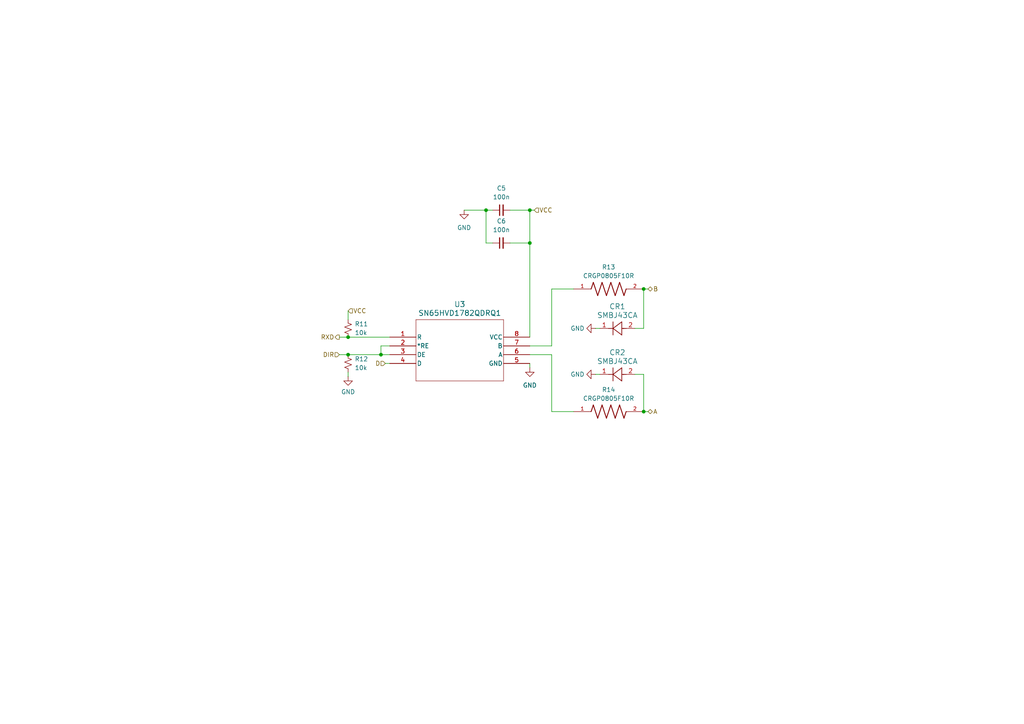
<source format=kicad_sch>
(kicad_sch (version 20250114) (generator "eeschema") (generator_version "9.0")
  (paper "A4")
  (title_block (title "HEDGE-2 OBC") (date "2025-09-08") (rev "V1.0") (company "University of Virginia") (comment 1 "Department of Mechanical and Aerospace Engineering"))
  (lib_symbols
    (symbol "CRGP0805F10R:CRGP0805F10R" (pin_names (offset 1.016))
      (property "Reference" "R" (at -7.6244 2.5415 0))
      (property "Value" "CRGP0805F10R" (at -7.63 -5.0866 0))
      (symbol "CRGP0805F10R_0_0"
        (polyline (pts (xy -5.08 0) (xy -4.445 1.905)) (stroke (width 0.254)))
        (polyline (pts (xy -4.445 1.905) (xy -3.175 -1.905)) (stroke (width 0.254)))
        (polyline (pts (xy -3.175 -1.905) (xy -1.905 1.905)) (stroke (width 0.254)))
        (polyline (pts (xy -1.905 1.905) (xy -0.635 -1.905)) (stroke (width 0.254)))
        (polyline (pts (xy -0.635 -1.905) (xy 0.635 1.905)) (stroke (width 0.254)))
        (polyline (pts (xy 0.635 1.905) (xy 1.905 -1.905)) (stroke (width 0.254)))
        (polyline (pts (xy 1.905 -1.905) (xy 3.175 1.905)) (stroke (width 0.254)))
        (polyline (pts (xy 3.175 1.905) (xy 4.445 -1.905)) (stroke (width 0.254)))
        (polyline (pts (xy 4.445 -1.905) (xy 5.08 0)) (stroke (width 0.254)))
        (pin passive line (at -10.16 0 0) (length 5.08) (name "~") (number "1"))
        (pin passive line (at 10.16 0 180) (length 5.08) (name "~") (number "2"))
      )
    )
    (symbol "Device:C_Small" (pin_numbers (hide yes)) (pin_names (offset 0.254) (hide yes))
      (property "Reference" "C" (at 0.254 1.778 0))
      (property "Value" "C_Small" (at 0.254 -2.032 0))
      (symbol "C_Small_0_1"
        (polyline (pts (xy -1.524 0.508) (xy 1.524 0.508)) (stroke (width 0.3048)))
        (polyline (pts (xy -1.524 -0.508) (xy 1.524 -0.508)) (stroke (width 0.3302)))
      )
      (symbol "C_Small_1_1"
        (pin passive line (at 0 2.54 270) (length 2.032) (name "~") (number "1"))
        (pin passive line (at 0 -2.54 90) (length 2.032) (name "~") (number "2"))
      )
    )
    (symbol "Device:R_Small_US" (pin_numbers (hide yes)) (pin_names (offset 0.254) (hide yes))
      (property "Reference" "R" (at 0.762 0.508 0))
      (property "Value" "R_Small_US" (at 0.762 -1.016 0))
      (symbol "R_Small_US_1_1"
        (polyline (pts (xy 0 1.524) (xy 1.016 1.143) (xy 0 0.762) (xy -1.016 0.381) (xy 0 0)))
        (polyline (pts (xy 0 0) (xy 1.016 -0.381) (xy 0 -0.762) (xy -1.016 -1.143) (xy 0 -1.524)))
        (pin passive line (at 0 2.54 270) (length 1.016) (name "~") (number "1"))
        (pin passive line (at 0 -2.54 90) (length 1.016) (name "~") (number "2"))
      )
    )
    (symbol "SMBJSeries_LTF:SMBJ43CA" (pin_names (offset 0.254))
      (property "Reference" "CR" (at 5.08 4.445 0))
      (property "Value" "SMBJ43CA" (at 5.08 -3.81 0))
      (symbol "SMBJ43CA_1_1"
        (polyline (pts (xy 2.54 0) (xy 3.4798 0)) (stroke (width 0.2032)))
        (polyline (pts (xy 3.175 0) (xy 3.81 0)) (stroke (width 0.2032)))
        (polyline (pts (xy 3.81 1.905) (xy 3.81 -1.905)) (stroke (width 0.2032)))
        (polyline (pts (xy 3.81 -1.905) (xy 6.35 0)) (stroke (width 0.2032)))
        (polyline (pts (xy 6.35 0) (xy 3.81 1.905)) (stroke (width 0.2032)))
        (polyline (pts (xy 6.35 0) (xy 7.62 0)) (stroke (width 0.2032)))
        (polyline (pts (xy 6.35 -1.905) (xy 6.35 1.905)) (stroke (width 0.2032)))
        (pin unspecified line (at 0 0 0) (length 2.54) (name "") (number "2"))
        (pin unspecified line (at 10.16 0 180) (length 2.54) (name "") (number "1"))
      )
      (symbol "SMBJ43CA_1_2"
        (polyline (pts (xy -1.905 3.81) (xy 1.905 3.81)) (stroke (width 0.2032)))
        (polyline (pts (xy 0 6.35) (xy -1.905 3.81)) (stroke (width 0.2032)))
        (polyline (pts (xy 0 6.35) (xy 0 7.62)) (stroke (width 0.2032)))
        (polyline (pts (xy 0 3.175) (xy 0 3.81)) (stroke (width 0.2032)))
        (polyline (pts (xy 0 2.54) (xy 0 3.4798)) (stroke (width 0.2032)))
        (polyline (pts (xy 1.905 6.35) (xy -1.905 6.35)) (stroke (width 0.2032)))
        (polyline (pts (xy 1.905 3.81) (xy 0 6.35)) (stroke (width 0.2032)))
        (pin unspecified line (at 0 10.16 270) (length 2.54) (name "") (number "1"))
        (pin unspecified line (at 0 0 90) (length 2.54) (name "") (number "2"))
      )
    )
    (symbol "SN65HVD1782QDRQ1:SN65HVD1782QDRQ1" (pin_names (offset 0.254))
      (property "Reference" "U" (at 20.32 10.16 0))
      (property "Value" "SN65HVD1782QDRQ1" (at 20.32 7.62 0))
      (symbol "SN65HVD1782QDRQ1_0_1"
        (polyline (pts (xy 7.62 5.08) (xy 7.62 -12.7)) (stroke (width 0.127)))
        (polyline (pts (xy 7.62 -12.7) (xy 33.02 -12.7)) (stroke (width 0.127)))
        (polyline (pts (xy 33.02 5.08) (xy 7.62 5.08)) (stroke (width 0.127)))
        (polyline (pts (xy 33.02 -12.7) (xy 33.02 5.08)) (stroke (width 0.127)))
        (pin output line (at 0 0 0) (length 7.62) (name "R") (number "1"))
        (pin unspecified line (at 0 -2.54 0) (length 7.62) (name "*RE") (number "2"))
        (pin unspecified line (at 0 -5.08 0) (length 7.62) (name "DE") (number "3"))
        (pin input line (at 0 -7.62 0) (length 7.62) (name "D") (number "4"))
        (pin power_in line (at 40.64 0 180) (length 7.62) (name "VCC") (number "8"))
        (pin output line (at 40.64 -2.54 180) (length 7.62) (name "B") (number "7"))
        (pin output line (at 40.64 -5.08 180) (length 7.62) (name "A") (number "6"))
        (pin power_in line (at 40.64 -7.62 180) (length 7.62) (name "GND") (number "5"))
      )
    )
    (symbol "power:GND" (power) (pin_numbers (hide yes)) (pin_names (offset 0) (hide yes))
      (property "Value" "GND" (at 0 -3.81 0))
      (symbol "GND_0_1"
        (polyline (pts (xy 0 0) (xy 0 -1.27) (xy 1.27 -1.27) (xy 0 -2.54) (xy -1.27 -1.27) (xy 0 -1.27)))
      )
      (symbol "GND_1_1"
        (pin power_in line (at 0 0 270) (length 0) (name "~") (number "1"))
      )
    )
  )
  (junction (at 186.69 119.38))
  (junction (at 153.67 60.96))
  (junction (at 110.49 102.87))
  (junction (at 100.965 97.79))
  (junction (at 153.67 70.485))
  (junction (at 100.965 102.87))
  (junction (at 186.69 83.82))
  (junction (at 140.97 60.96))
  (wire (pts (xy 184.15 108.585) (xy 186.69 108.585)))
  (wire (pts (xy 186.69 119.38) (xy 187.96 119.38)))
  (wire (pts (xy 160.02 119.38) (xy 166.37 119.38)))
  (wire (pts (xy 160.02 102.87) (xy 160.02 119.38)))
  (wire (pts (xy 111.76 105.41) (xy 113.03 105.41)))
  (wire (pts (xy 172.72 95.25) (xy 173.99 95.25)))
  (wire (pts (xy 153.67 60.96) (xy 153.67 70.485)))
  (wire (pts (xy 147.955 70.485) (xy 153.67 70.485)))
  (wire (pts (xy 153.67 102.87) (xy 160.02 102.87)))
  (wire (pts (xy 110.49 102.87) (xy 113.03 102.87)))
  (wire (pts (xy 98.425 102.87) (xy 100.965 102.87)))
  (wire (pts (xy 160.02 100.33) (xy 160.02 83.82)))
  (wire (pts (xy 140.97 70.485) (xy 140.97 60.96)))
  (wire (pts (xy 100.965 107.95) (xy 100.965 109.22)))
  (wire (pts (xy 100.965 90.17) (xy 100.965 92.71)))
  (wire (pts (xy 142.875 70.485) (xy 140.97 70.485)))
  (wire (pts (xy 100.965 97.79) (xy 113.03 97.79)))
  (wire (pts (xy 98.425 97.79) (xy 100.965 97.79)))
  (wire (pts (xy 134.62 60.96) (xy 140.97 60.96)))
  (wire (pts (xy 147.955 60.96) (xy 153.67 60.96)))
  (wire (pts (xy 153.67 60.96) (xy 154.94 60.96)))
  (wire (pts (xy 140.97 60.96) (xy 142.875 60.96)))
  (wire (pts (xy 153.67 100.33) (xy 160.02 100.33)))
  (wire (pts (xy 186.69 83.82) (xy 187.96 83.82)))
  (wire (pts (xy 186.69 83.82) (xy 186.69 95.25)))
  (wire (pts (xy 100.965 102.87) (xy 110.49 102.87)))
  (wire (pts (xy 113.03 100.33) (xy 110.49 100.33)))
  (wire (pts (xy 153.67 70.485) (xy 153.67 97.79)))
  (wire (pts (xy 186.69 108.585) (xy 186.69 119.38)))
  (wire (pts (xy 153.67 105.41) (xy 153.67 106.68)))
  (wire (pts (xy 172.72 108.585) (xy 173.99 108.585)))
  (wire (pts (xy 160.02 83.82) (xy 166.37 83.82)))
  (wire (pts (xy 184.15 95.25) (xy 186.69 95.25)))
  (wire (pts (xy 110.49 100.33) (xy 110.49 102.87)))
  (hierarchical_label "DIR" (shape input) (at 98.425 102.87 180))
  (hierarchical_label "VCC" (shape input) (at 100.965 90.17 0))
  (hierarchical_label "A" (shape bidirectional) (at 187.96 119.38 0))
  (hierarchical_label "D" (shape input) (at 111.76 105.41 180))
  (hierarchical_label "B" (shape bidirectional) (at 187.96 83.82 0))
  (hierarchical_label "RXD" (shape output) (at 98.425 97.79 180))
  (hierarchical_label "VCC" (shape input) (at 154.94 60.96 0))
  (symbol (lib_id "SN65HVD1782QDRQ1:SN65HVD1782QDRQ1") (at 113.03 97.79 0) (unit 1)
    (property "Reference" "U3" (at 133.35 88.265 0) (effects (font (size 1.524 1.524))))
    (property "Value" "SN65HVD1782QDRQ1" (at 133.35 90.805 0) (effects (font (size 1.524 1.524))))
    (property "Footprint" "SN65HVD1782QDRQ1:D8_TEX" (effects (hide yes)))
    (property "Datasheet" "https://www.ti.com/lit/gpn/sn65hvd1782-q1" (effects (hide yes)))
    (property "DigiKey Part Number" "296-43745-1-ND" (effects (hide yes)))
    (instances (project "HEDGE2-OBC" (path "" (reference "U3") (unit 1)) (path "" (reference "U4") (unit 1))))
  )
  (symbol (lib_id "CRGP0805F10R:CRGP0805F10R") (at 176.53 119.38 0) (unit 1)
    (property "Reference" "R14" (at 176.53 113.03 0))
    (property "Value" "CRGP0805F10R" (at 176.53 115.57 0))
    (property "Footprint" "CRGP0805F10R:RESC2012X65N" (effects (hide yes)))
    (property "DigiKey Part Number" "A130453CT-ND" (effects (hide yes)))
    (instances (project "HEDGE2-OBC" (path "" (reference "R14") (unit 1)) (path "" (reference "R18") (unit 1))))
  )
  (symbol (lib_id "power:GND") (at 134.62 60.96 0) (mirror y) (unit 1)
    (property "Reference" "#PWR045" (effects (hide yes)))
    (property "Value" "GND" (at 134.62 66.04 0))
    (property "Description" "Power symbol creates a global label with name \"GND\" , ground" (effects (hide yes)))
    (instances (project "HEDGE2-OBC" (path "" (reference "#PWR045") (unit 1)) (path "" (reference "#PWR050") (unit 1))))
  )
  (symbol (lib_id "power:GND") (at 100.965 109.22 0) (unit 1)
    (property "Reference" "#PWR044" (effects (hide yes)))
    (property "Value" "GND" (at 100.965 113.665 0))
    (property "Description" "Power symbol creates a global label with name \"GND\" , ground" (effects (hide yes)))
    (instances (project "HEDGE2-OBC" (path "" (reference "#PWR044") (unit 1)) (path "" (reference "#PWR049") (unit 1))))
  )
  (symbol (lib_id "power:GND") (at 172.72 108.585 270) (unit 1)
    (property "Reference" "#PWR048" (effects (hide yes)))
    (property "Value" "GND" (at 169.545 108.5849 90) (effects (justify right)))
    (property "Description" "Power symbol creates a global label with name \"GND\" , ground" (effects (hide yes)))
    (instances (project "HEDGE2-OBC" (path "" (reference "#PWR048") (unit 1)) (path "" (reference "#PWR053") (unit 1))))
  )
  (symbol (lib_id "SMBJSeries_LTF:SMBJ43CA") (at 184.15 108.585 180) (unit 1)
    (property "Reference" "CR2" (at 179.07 102.235 0) (effects (font (size 1.524 1.524))))
    (property "Value" "SMBJ43CA" (at 179.07 104.775 0) (effects (font (size 1.524 1.524))))
    (property "Footprint" "SMBJ43CA:SMBJSeries_LTF" (effects (hide yes)))
    (property "Datasheet" "SMBJ43CA" (effects (hide yes)))
    (property "DigiKey Part Number" "SMBJ43CALFCT-ND" (effects (hide yes)))
    (instances (project "HEDGE2-OBC" (path "" (reference "CR2") (unit 1)) (path "" (reference "CR4") (unit 1))))
  )
  (symbol (lib_id "Device:R_Small_US") (at 100.965 105.41 0) (unit 1)
    (property "Reference" "R12" (at 102.87 104.1399 0) (effects (justify left)))
    (property "Value" "10k" (at 102.87 106.6799 0) (effects (justify left)))
    (property "Footprint" "Resistor_SMD:R_0805_2012Metric" (effects (hide yes)))
    (property "Description" "Resistor, small US symbol" (effects (hide yes)))
    (instances (project "HEDGE2-OBC" (path "" (reference "R12") (unit 1)) (path "" (reference "R16") (unit 1))))
  )
  (symbol (lib_id "Device:C_Small") (at 145.415 70.485 90) (unit 1)
    (property "Reference" "C6" (at 145.4213 64.135 90))
    (property "Value" "100n" (at 145.4213 66.675 90))
    (property "Footprint" "Capacitor_SMD:C_0805_2012Metric" (effects (hide yes)))
    (property "Description" "Unpolarized capacitor, small symbol" (effects (hide yes)))
    (instances (project "HEDGE2-OBC" (path "" (reference "C6") (unit 1)) (path "" (reference "C8") (unit 1))))
  )
  (symbol (lib_id "Device:C_Small") (at 145.415 60.96 90) (unit 1)
    (property "Reference" "C5" (at 145.4213 54.61 90))
    (property "Value" "100n" (at 145.4213 57.15 90))
    (property "Footprint" "Capacitor_SMD:C_0805_2012Metric" (effects (hide yes)))
    (property "Description" "Unpolarized capacitor, small symbol" (effects (hide yes)))
    (instances (project "HEDGE2-OBC" (path "" (reference "C5") (unit 1)) (path "" (reference "C7") (unit 1))))
  )
  (symbol (lib_id "Device:R_Small_US") (at 100.965 95.25 0) (unit 1)
    (property "Reference" "R11" (at 102.87 93.9799 0) (effects (justify left)))
    (property "Value" "10k" (at 102.87 96.5199 0) (effects (justify left)))
    (property "Footprint" "Resistor_SMD:R_0805_2012Metric" (effects (hide yes)))
    (property "Description" "Resistor, small US symbol" (effects (hide yes)))
    (instances (project "HEDGE2-OBC" (path "" (reference "R11") (unit 1)) (path "" (reference "R15") (unit 1))))
  )
  (symbol (lib_id "CRGP0805F10R:CRGP0805F10R") (at 176.53 83.82 0) (unit 1)
    (property "Reference" "R13" (at 176.53 77.47 0))
    (property "Value" "CRGP0805F10R" (at 176.53 80.01 0))
    (property "Footprint" "CRGP0805F10R:RESC2012X65N" (effects (hide yes)))
    (property "DigiKey Part Number" "A130453CT-ND" (effects (hide yes)))
    (instances (project "HEDGE2-OBC" (path "" (reference "R13") (unit 1)) (path "" (reference "R17") (unit 1))))
  )
  (symbol (lib_id "power:GND") (at 153.67 106.68 0) (unit 1)
    (property "Reference" "#PWR046" (effects (hide yes)))
    (property "Value" "GND" (at 153.67 111.76 0))
    (property "Description" "Power symbol creates a global label with name \"GND\" , ground" (effects (hide yes)))
    (instances (project "HEDGE2-OBC" (path "" (reference "#PWR046") (unit 1)) (path "" (reference "#PWR051") (unit 1))))
  )
  (symbol (lib_id "SMBJSeries_LTF:SMBJ43CA") (at 184.15 95.25 180) (unit 1)
    (property "Reference" "CR1" (at 179.07 88.9 0) (effects (font (size 1.524 1.524))))
    (property "Value" "SMBJ43CA" (at 179.07 91.44 0) (effects (font (size 1.524 1.524))))
    (property "Footprint" "SMBJ43CA:SMBJSeries_LTF" (effects (hide yes)))
    (property "Datasheet" "SMBJ43CA" (effects (hide yes)))
    (property "DigiKey Part Number" "SMBJ43CALFCT-ND" (effects (hide yes)))
    (instances (project "HEDGE2-OBC" (path "" (reference "CR1") (unit 1)) (path "" (reference "CR3") (unit 1))))
  )
  (symbol (lib_id "power:GND") (at 172.72 95.25 270) (unit 1)
    (property "Reference" "#PWR047" (effects (hide yes)))
    (property "Value" "GND" (at 169.545 95.2499 90) (effects (justify right)))
    (property "Description" "Power symbol creates a global label with name \"GND\" , ground" (effects (hide yes)))
    (instances (project "HEDGE2-OBC" (path "" (reference "#PWR047") (unit 1)) (path "" (reference "#PWR052") (unit 1))))
  )
)
</source>
